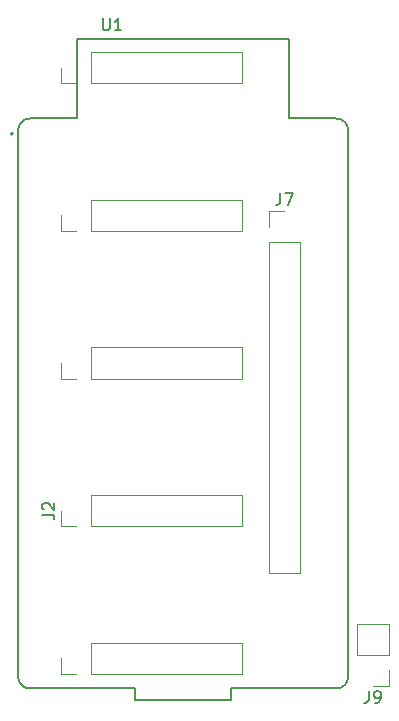
<source format=gbr>
%TF.GenerationSoftware,KiCad,Pcbnew,8.0.4-8.0.4-0~ubuntu24.04.1*%
%TF.CreationDate,2024-09-03T18:29:15+09:00*%
%TF.ProjectId,ESP32,45535033-322e-46b6-9963-61645f706362,rev?*%
%TF.SameCoordinates,Original*%
%TF.FileFunction,Legend,Top*%
%TF.FilePolarity,Positive*%
%FSLAX46Y46*%
G04 Gerber Fmt 4.6, Leading zero omitted, Abs format (unit mm)*
G04 Created by KiCad (PCBNEW 8.0.4-8.0.4-0~ubuntu24.04.1) date 2024-09-03 18:29:15*
%MOMM*%
%LPD*%
G01*
G04 APERTURE LIST*
%ADD10C,0.150000*%
%ADD11C,0.127000*%
%ADD12C,0.200000*%
%ADD13C,0.120000*%
G04 APERTURE END LIST*
D10*
X152140595Y-76067319D02*
X152140595Y-76876842D01*
X152140595Y-76876842D02*
X152188214Y-76972080D01*
X152188214Y-76972080D02*
X152235833Y-77019700D01*
X152235833Y-77019700D02*
X152331071Y-77067319D01*
X152331071Y-77067319D02*
X152521547Y-77067319D01*
X152521547Y-77067319D02*
X152616785Y-77019700D01*
X152616785Y-77019700D02*
X152664404Y-76972080D01*
X152664404Y-76972080D02*
X152712023Y-76876842D01*
X152712023Y-76876842D02*
X152712023Y-76067319D01*
X153712023Y-77067319D02*
X153140595Y-77067319D01*
X153426309Y-77067319D02*
X153426309Y-76067319D01*
X153426309Y-76067319D02*
X153331071Y-76210176D01*
X153331071Y-76210176D02*
X153235833Y-76305414D01*
X153235833Y-76305414D02*
X153140595Y-76353033D01*
X174666666Y-133034819D02*
X174666666Y-133749104D01*
X174666666Y-133749104D02*
X174619047Y-133891961D01*
X174619047Y-133891961D02*
X174523809Y-133987200D01*
X174523809Y-133987200D02*
X174380952Y-134034819D01*
X174380952Y-134034819D02*
X174285714Y-134034819D01*
X175190476Y-134034819D02*
X175380952Y-134034819D01*
X175380952Y-134034819D02*
X175476190Y-133987200D01*
X175476190Y-133987200D02*
X175523809Y-133939580D01*
X175523809Y-133939580D02*
X175619047Y-133796723D01*
X175619047Y-133796723D02*
X175666666Y-133606247D01*
X175666666Y-133606247D02*
X175666666Y-133225295D01*
X175666666Y-133225295D02*
X175619047Y-133130057D01*
X175619047Y-133130057D02*
X175571428Y-133082438D01*
X175571428Y-133082438D02*
X175476190Y-133034819D01*
X175476190Y-133034819D02*
X175285714Y-133034819D01*
X175285714Y-133034819D02*
X175190476Y-133082438D01*
X175190476Y-133082438D02*
X175142857Y-133130057D01*
X175142857Y-133130057D02*
X175095238Y-133225295D01*
X175095238Y-133225295D02*
X175095238Y-133463390D01*
X175095238Y-133463390D02*
X175142857Y-133558628D01*
X175142857Y-133558628D02*
X175190476Y-133606247D01*
X175190476Y-133606247D02*
X175285714Y-133653866D01*
X175285714Y-133653866D02*
X175476190Y-133653866D01*
X175476190Y-133653866D02*
X175571428Y-133606247D01*
X175571428Y-133606247D02*
X175619047Y-133558628D01*
X175619047Y-133558628D02*
X175666666Y-133463390D01*
X167166666Y-90874819D02*
X167166666Y-91589104D01*
X167166666Y-91589104D02*
X167119047Y-91731961D01*
X167119047Y-91731961D02*
X167023809Y-91827200D01*
X167023809Y-91827200D02*
X166880952Y-91874819D01*
X166880952Y-91874819D02*
X166785714Y-91874819D01*
X167547619Y-90874819D02*
X168214285Y-90874819D01*
X168214285Y-90874819D02*
X167785714Y-91874819D01*
X147024819Y-118083333D02*
X147739104Y-118083333D01*
X147739104Y-118083333D02*
X147881961Y-118130952D01*
X147881961Y-118130952D02*
X147977200Y-118226190D01*
X147977200Y-118226190D02*
X148024819Y-118369047D01*
X148024819Y-118369047D02*
X148024819Y-118464285D01*
X147120057Y-117654761D02*
X147072438Y-117607142D01*
X147072438Y-117607142D02*
X147024819Y-117511904D01*
X147024819Y-117511904D02*
X147024819Y-117273809D01*
X147024819Y-117273809D02*
X147072438Y-117178571D01*
X147072438Y-117178571D02*
X147120057Y-117130952D01*
X147120057Y-117130952D02*
X147215295Y-117083333D01*
X147215295Y-117083333D02*
X147310533Y-117083333D01*
X147310533Y-117083333D02*
X147453390Y-117130952D01*
X147453390Y-117130952D02*
X148024819Y-117702380D01*
X148024819Y-117702380D02*
X148024819Y-117083333D01*
D11*
%TO.C,U1*%
X144965000Y-131810000D02*
X144965000Y-85550000D01*
X145965000Y-132810000D02*
X154885000Y-132810000D01*
X162985000Y-132810000D02*
X171905000Y-132810000D01*
X172905000Y-131810000D02*
X172905000Y-85550000D01*
X145965000Y-84550000D02*
X149935000Y-84550000D01*
X167935000Y-84550000D02*
X171905000Y-84550000D01*
X145965000Y-132810000D02*
G75*
G02*
X144965000Y-131810000I0J1000000D01*
G01*
X172905000Y-131810000D02*
G75*
G02*
X171905000Y-132810000I-1000000J0D01*
G01*
X171905000Y-84550000D02*
G75*
G02*
X172905000Y-85550000I0J-1000000D01*
G01*
X144965000Y-85550000D02*
G75*
G02*
X145965000Y-84550000I1000000J0D01*
G01*
X149935000Y-84550000D02*
X149935000Y-77810000D01*
X149935000Y-77810000D02*
X167935000Y-77810000D01*
X167935000Y-77810000D02*
X167935000Y-84550000D01*
X154885000Y-132810000D02*
X154885000Y-133810000D01*
X154885000Y-133810000D02*
X162985000Y-133810000D01*
X162985000Y-133810000D02*
X162985000Y-132810000D01*
D12*
X144535000Y-85845000D02*
G75*
G02*
X144335000Y-85845000I-100000J0D01*
G01*
X144335000Y-85845000D02*
G75*
G02*
X144535000Y-85845000I100000J0D01*
G01*
D13*
%TO.C,J9*%
X176330000Y-132580000D02*
X175000000Y-132580000D01*
X176330000Y-131250000D02*
X176330000Y-132580000D01*
X176330000Y-129980000D02*
X176330000Y-127380000D01*
X176330000Y-129980000D02*
X173670000Y-129980000D01*
X176330000Y-127380000D02*
X173670000Y-127380000D01*
X173670000Y-129980000D02*
X173670000Y-127380000D01*
%TO.C,J7*%
X168830000Y-95020000D02*
X168830000Y-123020000D01*
X166170000Y-123020000D02*
X168830000Y-123020000D01*
X166170000Y-95020000D02*
X168830000Y-95020000D01*
X166170000Y-95020000D02*
X166170000Y-123020000D01*
X166170000Y-93750000D02*
X166170000Y-92420000D01*
X166170000Y-92420000D02*
X167500000Y-92420000D01*
%TO.C,J1*%
X163930000Y-131580000D02*
X163930000Y-128920000D01*
X151170000Y-131580000D02*
X163930000Y-131580000D01*
X151170000Y-131580000D02*
X151170000Y-128920000D01*
X151170000Y-128920000D02*
X163930000Y-128920000D01*
X149900000Y-131580000D02*
X148570000Y-131580000D01*
X148570000Y-131580000D02*
X148570000Y-130250000D01*
%TO.C,J5*%
X163930000Y-81580000D02*
X163930000Y-78920000D01*
X151170000Y-81580000D02*
X163930000Y-81580000D01*
X151170000Y-81580000D02*
X151170000Y-78920000D01*
X151170000Y-78920000D02*
X163930000Y-78920000D01*
X149900000Y-81580000D02*
X148570000Y-81580000D01*
X148570000Y-81580000D02*
X148570000Y-80250000D01*
%TO.C,J3*%
X163930000Y-106580000D02*
X163930000Y-103920000D01*
X151170000Y-106580000D02*
X163930000Y-106580000D01*
X151170000Y-106580000D02*
X151170000Y-103920000D01*
X151170000Y-103920000D02*
X163930000Y-103920000D01*
X149900000Y-106580000D02*
X148570000Y-106580000D01*
X148570000Y-106580000D02*
X148570000Y-105250000D01*
%TO.C,J4*%
X163930000Y-94080000D02*
X163930000Y-91420000D01*
X151170000Y-94080000D02*
X163930000Y-94080000D01*
X151170000Y-94080000D02*
X151170000Y-91420000D01*
X151170000Y-91420000D02*
X163930000Y-91420000D01*
X149900000Y-94080000D02*
X148570000Y-94080000D01*
X148570000Y-94080000D02*
X148570000Y-92750000D01*
%TO.C,J2*%
X163930000Y-119080000D02*
X163930000Y-116420000D01*
X151170000Y-119080000D02*
X163930000Y-119080000D01*
X151170000Y-119080000D02*
X151170000Y-116420000D01*
X151170000Y-116420000D02*
X163930000Y-116420000D01*
X149900000Y-119080000D02*
X148570000Y-119080000D01*
X148570000Y-119080000D02*
X148570000Y-117750000D01*
%TD*%
M02*

</source>
